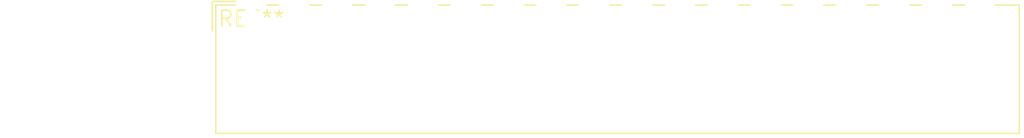
<source format=kicad_pcb>
(kicad_pcb (version 20240108) (generator pcbnew)
  (layers (0 "F.Cu" signal) (31 "B.Cu" signal) (34 "B.Paste" user) (35 "F.Paste" user) (36 "B.SilkS" user "B.Silkscreen") (37 "F.SilkS" user "F.Silkscreen") (38 "B.Mask" user) (39 "F.Mask" user) (44 "Edge.Cuts" user))
  (net 0 "")
  (footprint "Wago_734-178_1x18_P3.50mm_Horizontal" (layer "F.Cu") (at 0 0)
    (property "Reference" "REF**")
    (property "Value" "Wago_734-178_1x18_P3.50mm_Horizontal")
    (fp_line (start -3.21 -1.41) (end -1.26 -1.41) (layer "F.SilkS") (stroke (width 0.12)))
    (fp_line (start -3.21 1) (end -3.21 -1.41) (layer "F.SilkS") (stroke (width 0.12)))
    (fp_line (start -2.91 -1.11) (end -2.91 9.41) (layer "F.SilkS") (stroke (width 0.12)))
    (fp_line (start -2.91 9.41) (end 62.71 9.41) (layer "F.SilkS") (stroke (width 0.12)))
    (fp_line (start -1.26 -1.11) (end -2.91 -1.11) (layer "F.SilkS") (stroke (width 0.12)))
    (fp_line (start 1.26 -1.11) (end 2.24 -1.11) (layer "F.SilkS") (stroke (width 0.12)))
    (fp_line (start 4.76 -1.11) (end 5.74 -1.11) (layer "F.SilkS") (stroke (width 0.12)))
    (fp_line (start 8.26 -1.11) (end 9.24 -1.11) (layer "F.SilkS") (stroke (width 0.12)))
    (fp_line (start 11.76 -1.11) (end 12.74 -1.11) (layer "F.SilkS") (stroke (width 0.12)))
    (fp_line (start 15.26 -1.11) (end 16.24 -1.11) (layer "F.SilkS") (stroke (width 0.12)))
    (fp_line (start 18.76 -1.11) (end 19.74 -1.11) (layer "F.SilkS") (stroke (width 0.12)))
    (fp_line (start 22.26 -1.11) (end 23.24 -1.11) (layer "F.SilkS") (stroke (width 0.12)))
    (fp_line (start 25.76 -1.11) (end 26.74 -1.11) (layer "F.SilkS") (stroke (width 0.12)))
    (fp_line (start 29.26 -1.11) (end 30.24 -1.11) (layer "F.SilkS") (stroke (width 0.12)))
    (fp_line (start 32.76 -1.11) (end 33.74 -1.11) (layer "F.SilkS") (stroke (width 0.12)))
    (fp_line (start 36.26 -1.11) (end 37.24 -1.11) (layer "F.SilkS") (stroke (width 0.12)))
    (fp_line (start 39.76 -1.11) (end 40.74 -1.11) (layer "F.SilkS") (stroke (width 0.12)))
    (fp_line (start 43.26 -1.11) (end 44.24 -1.11) (layer "F.SilkS") (stroke (width 0.12)))
    (fp_line (start 46.76 -1.11) (end 47.74 -1.11) (layer "F.SilkS") (stroke (width 0.12)))
    (fp_line (start 50.26 -1.11) (end 51.24 -1.11) (layer "F.SilkS") (stroke (width 0.12)))
    (fp_line (start 53.76 -1.11) (end 54.74 -1.11) (layer "F.SilkS") (stroke (width 0.12)))
    (fp_line (start 57.26 -1.11) (end 58.24 -1.11) (layer "F.SilkS") (stroke (width 0.12)))
    (fp_line (start 62.71 -1.11) (end 60.76 -1.11) (layer "F.SilkS") (stroke (width 0.12)))
    (fp_line (start 62.71 9.41) (end 62.71 -1.11) (layer "F.SilkS") (stroke (width 0.12)))
    (pad "1" thru_hole roundrect (at 0 0) (size 2 2.6) (drill 1.6) (layers *.Cu *.Mask) (remove_unused_layers) (roundrect_rratio 0.125))
    (pad "2" thru_hole oval (at 3.5 0) (size 2 2.6) (drill 1.6) (layers *.Cu *.Mask) (remove_unused_layers))
    (pad "3" thru_hole oval (at 7 0) (size 2 2.6) (drill 1.6) (layers *.Cu *.Mask) (remove_unused_layers))
    (pad "4" thru_hole oval (at 10.5 0) (size 2 2.6) (drill 1.6) (layers *.Cu *.Mask) (remove_unused_layers))
    (pad "5" thru_hole oval (at 14 0) (size 2 2.6) (drill 1.6) (layers *.Cu *.Mask) (remove_unused_layers))
    (pad "6" thru_hole oval (at 17.5 0) (size 2 2.6) (drill 1.6) (layers *.Cu *.Mask) (remove_unused_layers))
    (pad "7" thru_hole oval (at 21 0) (size 2 2.6) (drill 1.6) (layers *.Cu *.Mask) (remove_unused_layers))
    (pad "8" thru_hole oval (at 24.5 0) (size 2 2.6) (drill 1.6) (layers *.Cu *.Mask) (remove_unused_layers))
    (pad "9" thru_hole oval (at 28 0) (size 2 2.6) (drill 1.6) (layers *.Cu *.Mask) (remove_unused_layers))
    (pad "10" thru_hole oval (at 31.5 0) (size 2 2.6) (drill 1.6) (layers *.Cu *.Mask) (remove_unused_layers))
    (pad "11" thru_hole oval (at 35 0) (size 2 2.6) (drill 1.6) (layers *.Cu *.Mask) (remove_unused_layers))
    (pad "12" thru_hole oval (at 38.5 0) (size 2 2.6) (drill 1.6) (layers *.Cu *.Mask) (remove_unused_layers))
    (pad "13" thru_hole oval (at 42 0) (size 2 2.6) (drill 1.6) (layers *.Cu *.Mask) (remove_unused_layers))
    (pad "14" thru_hole oval (at 45.5 0) (size 2 2.6) (drill 1.6) (layers *.Cu *.Mask) (remove_unused_layers))
    (pad "15" thru_hole oval (at 49 0) (size 2 2.6) (drill 1.6) (layers *.Cu *.Mask) (remove_unused_layers))
    (pad "16" thru_hole oval (at 52.5 0) (size 2 2.6) (drill 1.6) (layers *.Cu *.Mask) (remove_unused_layers))
    (pad "17" thru_hole oval (at 56 0) (size 2 2.6) (drill 1.6) (layers *.Cu *.Mask) (remove_unused_layers))
    (pad "18" thru_hole oval (at 59.5 0) (size 2 2.6) (drill 1.6) (layers *.Cu *.Mask) (remove_unused_layers))
  )
)
</source>
